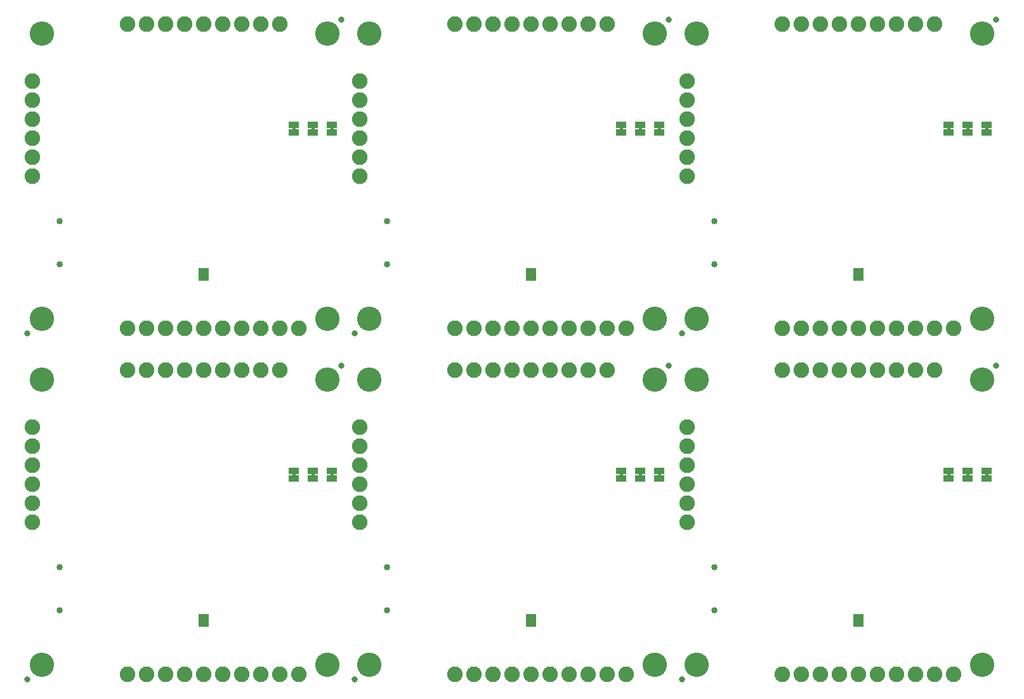
<source format=gbs>
G75*
%MOIN*%
%OFA0B0*%
%FSLAX25Y25*%
%IPPOS*%
%LPD*%
%AMOC8*
5,1,8,0,0,1.08239X$1,22.5*
%
%ADD10C,0.12800*%
%ADD11R,0.05800X0.03300*%
%ADD12C,0.00500*%
%ADD13C,0.03300*%
%ADD14C,0.03359*%
%ADD15C,0.08200*%
D10*
X0063342Y0048750D03*
X0213342Y0048750D03*
X0235342Y0048750D03*
X0385342Y0048750D03*
X0407342Y0048750D03*
X0557342Y0048750D03*
X0557342Y0198750D03*
X0557342Y0230750D03*
X0407342Y0230750D03*
X0385342Y0230750D03*
X0385342Y0198750D03*
X0407342Y0198750D03*
X0235342Y0198750D03*
X0213342Y0198750D03*
X0213342Y0230750D03*
X0235342Y0230750D03*
X0063342Y0230750D03*
X0063342Y0198750D03*
X0063342Y0380750D03*
X0213342Y0380750D03*
X0235342Y0380750D03*
X0385342Y0380750D03*
X0407342Y0380750D03*
X0557342Y0380750D03*
D11*
X0559842Y0332750D03*
X0559842Y0328750D03*
X0549842Y0328750D03*
X0549842Y0332750D03*
X0539842Y0332750D03*
X0539842Y0328750D03*
X0492342Y0255850D03*
X0492342Y0252650D03*
X0387842Y0328750D03*
X0387842Y0332750D03*
X0377842Y0332750D03*
X0377842Y0328750D03*
X0367842Y0328750D03*
X0367842Y0332750D03*
X0320342Y0255850D03*
X0320342Y0252650D03*
X0215842Y0328750D03*
X0215842Y0332750D03*
X0205842Y0332750D03*
X0205842Y0328750D03*
X0195842Y0328750D03*
X0195842Y0332750D03*
X0148342Y0255850D03*
X0148342Y0252650D03*
X0195842Y0150750D03*
X0195842Y0146750D03*
X0205842Y0146750D03*
X0205842Y0150750D03*
X0215842Y0150750D03*
X0215842Y0146750D03*
X0148342Y0073850D03*
X0148342Y0070650D03*
X0320342Y0070650D03*
X0320342Y0073850D03*
X0367842Y0146750D03*
X0367842Y0150750D03*
X0377842Y0150750D03*
X0377842Y0146750D03*
X0387842Y0146750D03*
X0387842Y0150750D03*
X0492342Y0073850D03*
X0492342Y0070650D03*
X0539842Y0146750D03*
X0539842Y0150750D03*
X0549842Y0150750D03*
X0549842Y0146750D03*
X0559842Y0146750D03*
X0559842Y0150750D03*
D12*
X0560342Y0149500D02*
X0559342Y0149500D01*
X0559342Y0148000D01*
X0560342Y0148000D01*
X0560342Y0149500D01*
X0560342Y0149420D02*
X0559342Y0149420D01*
X0559342Y0148921D02*
X0560342Y0148921D01*
X0560342Y0148422D02*
X0559342Y0148422D01*
X0550342Y0148422D02*
X0549342Y0148422D01*
X0549342Y0148000D02*
X0550342Y0148000D01*
X0550342Y0149500D01*
X0549342Y0149500D01*
X0549342Y0148000D01*
X0549342Y0148921D02*
X0550342Y0148921D01*
X0550342Y0149420D02*
X0549342Y0149420D01*
X0540342Y0149420D02*
X0539342Y0149420D01*
X0539342Y0149500D02*
X0540342Y0149500D01*
X0540342Y0148000D01*
X0539342Y0148000D01*
X0539342Y0149500D01*
X0539342Y0148921D02*
X0540342Y0148921D01*
X0540342Y0148422D02*
X0539342Y0148422D01*
X0388342Y0148422D02*
X0387342Y0148422D01*
X0387342Y0148000D02*
X0388342Y0148000D01*
X0388342Y0149500D01*
X0387342Y0149500D01*
X0387342Y0148000D01*
X0387342Y0148921D02*
X0388342Y0148921D01*
X0388342Y0149420D02*
X0387342Y0149420D01*
X0378342Y0149420D02*
X0377342Y0149420D01*
X0377342Y0149500D02*
X0378342Y0149500D01*
X0378342Y0148000D01*
X0377342Y0148000D01*
X0377342Y0149500D01*
X0377342Y0148921D02*
X0378342Y0148921D01*
X0378342Y0148422D02*
X0377342Y0148422D01*
X0368342Y0148422D02*
X0367342Y0148422D01*
X0367342Y0148000D02*
X0368342Y0148000D01*
X0368342Y0149500D01*
X0367342Y0149500D01*
X0367342Y0148000D01*
X0367342Y0148921D02*
X0368342Y0148921D01*
X0368342Y0149420D02*
X0367342Y0149420D01*
X0216342Y0149420D02*
X0215342Y0149420D01*
X0215342Y0149500D02*
X0216342Y0149500D01*
X0216342Y0148000D01*
X0215342Y0148000D01*
X0215342Y0149500D01*
X0215342Y0148921D02*
X0216342Y0148921D01*
X0216342Y0148422D02*
X0215342Y0148422D01*
X0206342Y0148422D02*
X0205342Y0148422D01*
X0205342Y0148000D02*
X0206342Y0148000D01*
X0206342Y0149500D01*
X0205342Y0149500D01*
X0205342Y0148000D01*
X0205342Y0148921D02*
X0206342Y0148921D01*
X0206342Y0149420D02*
X0205342Y0149420D01*
X0196342Y0149420D02*
X0195342Y0149420D01*
X0195342Y0149500D02*
X0196342Y0149500D01*
X0196342Y0148000D01*
X0195342Y0148000D01*
X0195342Y0149500D01*
X0195342Y0148921D02*
X0196342Y0148921D01*
X0196342Y0148422D02*
X0195342Y0148422D01*
X0195342Y0330000D02*
X0196342Y0330000D01*
X0196342Y0331500D01*
X0195342Y0331500D01*
X0195342Y0330000D01*
X0195342Y0330379D02*
X0196342Y0330379D01*
X0196342Y0330878D02*
X0195342Y0330878D01*
X0195342Y0331376D02*
X0196342Y0331376D01*
X0205342Y0331376D02*
X0206342Y0331376D01*
X0206342Y0331500D02*
X0205342Y0331500D01*
X0205342Y0330000D01*
X0206342Y0330000D01*
X0206342Y0331500D01*
X0206342Y0330878D02*
X0205342Y0330878D01*
X0205342Y0330379D02*
X0206342Y0330379D01*
X0215342Y0330379D02*
X0216342Y0330379D01*
X0216342Y0330000D02*
X0216342Y0331500D01*
X0215342Y0331500D01*
X0215342Y0330000D01*
X0216342Y0330000D01*
X0216342Y0330878D02*
X0215342Y0330878D01*
X0215342Y0331376D02*
X0216342Y0331376D01*
X0367342Y0331376D02*
X0368342Y0331376D01*
X0368342Y0331500D02*
X0367342Y0331500D01*
X0367342Y0330000D01*
X0368342Y0330000D01*
X0368342Y0331500D01*
X0368342Y0330878D02*
X0367342Y0330878D01*
X0367342Y0330379D02*
X0368342Y0330379D01*
X0377342Y0330379D02*
X0378342Y0330379D01*
X0378342Y0330000D02*
X0378342Y0331500D01*
X0377342Y0331500D01*
X0377342Y0330000D01*
X0378342Y0330000D01*
X0378342Y0330878D02*
X0377342Y0330878D01*
X0377342Y0331376D02*
X0378342Y0331376D01*
X0387342Y0331376D02*
X0388342Y0331376D01*
X0388342Y0331500D02*
X0387342Y0331500D01*
X0387342Y0330000D01*
X0388342Y0330000D01*
X0388342Y0331500D01*
X0388342Y0330878D02*
X0387342Y0330878D01*
X0387342Y0330379D02*
X0388342Y0330379D01*
X0539342Y0330379D02*
X0540342Y0330379D01*
X0540342Y0330000D02*
X0540342Y0331500D01*
X0539342Y0331500D01*
X0539342Y0330000D01*
X0540342Y0330000D01*
X0540342Y0330878D02*
X0539342Y0330878D01*
X0539342Y0331376D02*
X0540342Y0331376D01*
X0549342Y0331376D02*
X0550342Y0331376D01*
X0550342Y0331500D02*
X0549342Y0331500D01*
X0549342Y0330000D01*
X0550342Y0330000D01*
X0550342Y0331500D01*
X0550342Y0330878D02*
X0549342Y0330878D01*
X0549342Y0330379D02*
X0550342Y0330379D01*
X0559342Y0330379D02*
X0560342Y0330379D01*
X0560342Y0330000D02*
X0560342Y0331500D01*
X0559342Y0331500D01*
X0559342Y0330000D01*
X0560342Y0330000D01*
X0560342Y0330878D02*
X0559342Y0330878D01*
X0559342Y0331376D02*
X0560342Y0331376D01*
D13*
X0055842Y0041250D03*
X0227842Y0041250D03*
X0399842Y0041250D03*
X0392842Y0206250D03*
X0399842Y0223250D03*
X0564842Y0206250D03*
X0564842Y0388250D03*
X0392842Y0388250D03*
X0220842Y0388250D03*
X0227842Y0223250D03*
X0220842Y0206250D03*
X0055842Y0223250D03*
D14*
X0072653Y0259372D03*
X0072653Y0282128D03*
X0244653Y0282128D03*
X0244653Y0259372D03*
X0416653Y0259372D03*
X0416653Y0282128D03*
X0416653Y0100128D03*
X0416653Y0077372D03*
X0244653Y0077372D03*
X0244653Y0100128D03*
X0072653Y0100128D03*
X0072653Y0077372D03*
D15*
X0108342Y0043750D03*
X0118342Y0043750D03*
X0128342Y0043750D03*
X0138342Y0043750D03*
X0148342Y0043750D03*
X0158342Y0043750D03*
X0168342Y0043750D03*
X0178342Y0043750D03*
X0188342Y0043750D03*
X0198342Y0043750D03*
X0280342Y0043750D03*
X0290342Y0043750D03*
X0300342Y0043750D03*
X0310342Y0043750D03*
X0320342Y0043750D03*
X0330342Y0043750D03*
X0340342Y0043750D03*
X0350342Y0043750D03*
X0360342Y0043750D03*
X0370342Y0043750D03*
X0452342Y0043750D03*
X0462342Y0043750D03*
X0472342Y0043750D03*
X0482342Y0043750D03*
X0492342Y0043750D03*
X0502342Y0043750D03*
X0512342Y0043750D03*
X0522342Y0043750D03*
X0532342Y0043750D03*
X0542342Y0043750D03*
X0402342Y0123750D03*
X0402342Y0133750D03*
X0402342Y0143750D03*
X0402342Y0153750D03*
X0402342Y0163750D03*
X0402342Y0173750D03*
X0360342Y0203750D03*
X0350342Y0203750D03*
X0340342Y0203750D03*
X0330342Y0203750D03*
X0320342Y0203750D03*
X0310342Y0203750D03*
X0300342Y0203750D03*
X0290342Y0203750D03*
X0280342Y0203750D03*
X0280342Y0225750D03*
X0290342Y0225750D03*
X0300342Y0225750D03*
X0310342Y0225750D03*
X0320342Y0225750D03*
X0330342Y0225750D03*
X0340342Y0225750D03*
X0350342Y0225750D03*
X0360342Y0225750D03*
X0370342Y0225750D03*
X0452342Y0225750D03*
X0462342Y0225750D03*
X0472342Y0225750D03*
X0482342Y0225750D03*
X0492342Y0225750D03*
X0502342Y0225750D03*
X0512342Y0225750D03*
X0522342Y0225750D03*
X0532342Y0225750D03*
X0542342Y0225750D03*
X0532342Y0203750D03*
X0522342Y0203750D03*
X0512342Y0203750D03*
X0502342Y0203750D03*
X0492342Y0203750D03*
X0482342Y0203750D03*
X0472342Y0203750D03*
X0462342Y0203750D03*
X0452342Y0203750D03*
X0402342Y0305750D03*
X0402342Y0315750D03*
X0402342Y0325750D03*
X0402342Y0335750D03*
X0402342Y0345750D03*
X0402342Y0355750D03*
X0360342Y0385750D03*
X0350342Y0385750D03*
X0340342Y0385750D03*
X0330342Y0385750D03*
X0320342Y0385750D03*
X0310342Y0385750D03*
X0300342Y0385750D03*
X0290342Y0385750D03*
X0280342Y0385750D03*
X0230342Y0355750D03*
X0230342Y0345750D03*
X0230342Y0335750D03*
X0230342Y0325750D03*
X0230342Y0315750D03*
X0230342Y0305750D03*
X0198342Y0225750D03*
X0188342Y0225750D03*
X0178342Y0225750D03*
X0168342Y0225750D03*
X0158342Y0225750D03*
X0148342Y0225750D03*
X0138342Y0225750D03*
X0128342Y0225750D03*
X0118342Y0225750D03*
X0108342Y0225750D03*
X0108342Y0203750D03*
X0118342Y0203750D03*
X0128342Y0203750D03*
X0138342Y0203750D03*
X0148342Y0203750D03*
X0158342Y0203750D03*
X0168342Y0203750D03*
X0178342Y0203750D03*
X0188342Y0203750D03*
X0230342Y0173750D03*
X0230342Y0163750D03*
X0230342Y0153750D03*
X0230342Y0143750D03*
X0230342Y0133750D03*
X0230342Y0123750D03*
X0058342Y0123750D03*
X0058342Y0133750D03*
X0058342Y0143750D03*
X0058342Y0153750D03*
X0058342Y0163750D03*
X0058342Y0173750D03*
X0058342Y0305750D03*
X0058342Y0315750D03*
X0058342Y0325750D03*
X0058342Y0335750D03*
X0058342Y0345750D03*
X0058342Y0355750D03*
X0108342Y0385750D03*
X0118342Y0385750D03*
X0128342Y0385750D03*
X0138342Y0385750D03*
X0148342Y0385750D03*
X0158342Y0385750D03*
X0168342Y0385750D03*
X0178342Y0385750D03*
X0188342Y0385750D03*
X0452342Y0385750D03*
X0462342Y0385750D03*
X0472342Y0385750D03*
X0482342Y0385750D03*
X0492342Y0385750D03*
X0502342Y0385750D03*
X0512342Y0385750D03*
X0522342Y0385750D03*
X0532342Y0385750D03*
M02*

</source>
